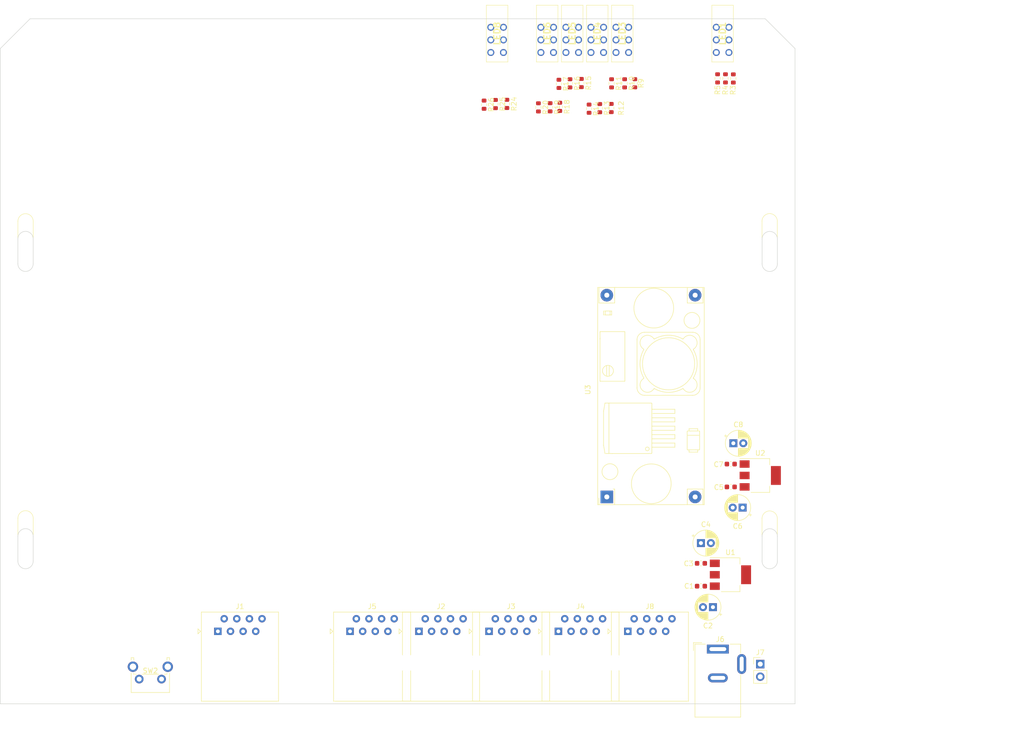
<source format=kicad_pcb>
(kicad_pcb (version 20211014) (generator pcbnew)
  (layers (0 "F.Cu" signal) (31 "B.Cu" signal) (34 "B.Paste" user) (35 "F.Paste" user) (36 "B.SilkS" user "B.Silkscreen") (37 "F.SilkS" user "F.Silkscreen") (38 "B.Mask" user) (39 "F.Mask" user) (44 "Edge.Cuts" user))
  (net 0 "")
  (net 1 "+12V")
  (net 2 "GND")
  (net 3 "+3V3")
  (net 4 "+5V")
  (net 45 "Net-(J6-Pad3)")
  (net 46 "Net-(LED1-Pad2)")
  (net 47 "Net-(LED1-Pad4)")
  (net 48 "Net-(LED1-Pad6)")
  (net 49 "Net-(LED3-Pad2)")
  (net 50 "Net-(LED3-Pad4)")
  (net 51 "Net-(LED3-Pad6)")
  (net 52 "Net-(LED4-Pad2)")
  (net 53 "Net-(LED4-Pad4)")
  (net 54 "Net-(LED4-Pad6)")
  (net 55 "Net-(LED5-Pad2)")
  (net 56 "Net-(LED5-Pad4)")
  (net 57 "Net-(LED5-Pad6)")
  (net 58 "Net-(LED6-Pad2)")
  (net 59 "Net-(LED6-Pad4)")
  (net 60 "Net-(LED6-Pad6)")
  (net 61 "Net-(LED8-Pad2)")
  (net 62 "Net-(LED8-Pad4)")
  (net 63 "Net-(LED8-Pad6)")
  (net 84 "VCC")
  (footprint "Connector_RJ:RJ45_Amphenol_54602-x08_Horizontal" (layer "F.Cu") (at 165.4 145.4)
    (fp_text reference "J3" (at 4.445 -5) (layer "F.SilkS"))
    (fp_text value "RJ45")
    (pad "" np_thru_hole circle locked (at -1.27 6.35) (size 3.2 3.2) (drill 3.2) (layers *.Cu *.Mask))
    (pad "" np_thru_hole circle locked (at 10.16 6.35) (size 3.2 3.2) (drill 3.2) (layers *.Cu *.Mask))
    (pad "1" thru_hole rect locked (at 0 0) (size 1.5 1.5) (drill 0.76) (layers *.Cu *.Mask))
    (pad "2" thru_hole circle locked (at 1.27 -2.54) (size 1.5 1.5) (drill 0.76) (layers *.Cu *.Mask))
    (pad "3" thru_hole circle locked (at 2.54 0) (size 1.5 1.5) (drill 0.76) (layers *.Cu *.Mask))
    (pad "4" thru_hole circle locked (at 3.81 -2.54) (size 1.5 1.5) (drill 0.76) (layers *.Cu *.Mask))
    (pad "5" thru_hole circle locked (at 5.08 0) (size 1.5 1.5) (drill 0.76) (layers *.Cu *.Mask))
    (pad "6" thru_hole circle locked (at 6.35 -2.54) (size 1.5 1.5) (drill 0.76) (layers *.Cu *.Mask))
    (pad "7" thru_hole circle locked (at 7.62 0) (size 1.5 1.5) (drill 0.76) (layers *.Cu *.Mask))
    (pad "8" thru_hole circle locked (at 8.89 -2.54) (size 1.5 1.5) (drill 0.76) (layers *.Cu *.Mask))
  )
  (footprint "Connector_RJ:RJ45_Amphenol_54602-x08_Horizontal" (layer "F.Cu") (at 151.29 145.4)
    (fp_text reference "J2" (at 4.445 -5) (layer "F.SilkS"))
    (fp_text value "RJ45")
    (pad "" np_thru_hole circle locked (at 10.16 6.35) (size 3.2 3.2) (drill 3.2) (layers *.Cu *.Mask))
    (pad "" np_thru_hole circle locked (at -1.27 6.35) (size 3.2 3.2) (drill 3.2) (layers *.Cu *.Mask))
    (pad "1" thru_hole rect locked (at 0 0) (size 1.5 1.5) (drill 0.76) (layers *.Cu *.Mask))
    (pad "2" thru_hole circle locked (at 1.27 -2.54) (size 1.5 1.5) (drill 0.76) (layers *.Cu *.Mask))
    (pad "3" thru_hole circle locked (at 2.54 0) (size 1.5 1.5) (drill 0.76) (layers *.Cu *.Mask))
    (pad "4" thru_hole circle locked (at 3.81 -2.54) (size 1.5 1.5) (drill 0.76) (layers *.Cu *.Mask))
    (pad "5" thru_hole circle locked (at 5.08 0) (size 1.5 1.5) (drill 0.76) (layers *.Cu *.Mask))
    (pad "6" thru_hole circle locked (at 6.35 -2.54) (size 1.5 1.5) (drill 0.76) (layers *.Cu *.Mask))
    (pad "7" thru_hole circle locked (at 7.62 0) (size 1.5 1.5) (drill 0.76) (layers *.Cu *.Mask))
    (pad "8" thru_hole circle locked (at 8.89 -2.54) (size 1.5 1.5) (drill 0.76) (layers *.Cu *.Mask))
  )
  (footprint "Resistor_SMD:R_0603_1608Metric" (layer "F.Cu") (at 183.99 34.94 -90)
    (fp_text reference "R15" (at 0 -1.43 90) (layer "F.SilkS"))
    (fp_text value "R")
    (pad "1" smd roundrect locked (at -0.825 0 270) (size 0.8 0.95) (layers "F.Cu" "F.Paste" "F.Mask") (net 57 "Net-(LED5-Pad6)"))
    (pad "2" smd roundrect locked (at 0.825 0 270) (size 0.8 0.95) (layers "F.Cu" "F.Paste" "F.Mask"))
  )
  (footprint "Connector_PinHeader_2.54mm:PinHeader_1x02_P2.54mm_Vertical" (layer "F.Cu") (at 220 152)
    (fp_text reference "J7" (at 0 -2.33) (layer "F.SilkS"))
    (fp_text value "switched ground")
    (pad "1" thru_hole rect locked (at 0 0) (size 1.7 1.7) (drill 1) (layers *.Cu *.Mask) (net 45 "Net-(J6-Pad3)"))
    (pad "2" thru_hole oval locked (at 0 2.54) (size 1.7 1.7) (drill 1) (layers *.Cu *.Mask) (net 2 "GND"))
  )
  (footprint "Connector_RJ:RJ45_Amphenol_54602-x08_Horizontal" (layer "F.Cu") (at 137.42 145.4)
    (fp_text reference "J5" (at 4.445 -5) (layer "F.SilkS"))
    (fp_text value "RJ45")
    (pad "" np_thru_hole circle locked (at -1.27 6.35) (size 3.2 3.2) (drill 3.2) (layers *.Cu *.Mask))
    (pad "" np_thru_hole circle locked (at 10.16 6.35) (size 3.2 3.2) (drill 3.2) (layers *.Cu *.Mask))
    (pad "1" thru_hole rect locked (at 0 0) (size 1.5 1.5) (drill 0.76) (layers *.Cu *.Mask))
    (pad "2" thru_hole circle locked (at 1.27 -2.54) (size 1.5 1.5) (drill 0.76) (layers *.Cu *.Mask))
    (pad "3" thru_hole circle locked (at 2.54 0) (size 1.5 1.5) (drill 0.76) (layers *.Cu *.Mask))
    (pad "4" thru_hole circle locked (at 3.81 -2.54) (size 1.5 1.5) (drill 0.76) (layers *.Cu *.Mask))
    (pad "5" thru_hole circle locked (at 5.08 0) (size 1.5 1.5) (drill 0.76) (layers *.Cu *.Mask))
    (pad "6" thru_hole circle locked (at 6.35 -2.54) (size 1.5 1.5) (drill 0.76) (layers *.Cu *.Mask))
    (pad "7" thru_hole circle locked (at 7.62 0) (size 1.5 1.5) (drill 0.76) (layers *.Cu *.Mask))
    (pad "8" thru_hole circle locked (at 8.89 -2.54) (size 1.5 1.5) (drill 0.76) (layers *.Cu *.Mask))
  )
  (footprint "Resistor_SMD:R_0603_1608Metric" (layer "F.Cu") (at 187.7 40 -90)
    (fp_text reference "R13" (at 0 -1.43 90) (layer "F.SilkS"))
    (fp_text value "R")
    (pad "1" smd roundrect locked (at -0.825 0 270) (size 0.8 0.95) (layers "F.Cu" "F.Paste" "F.Mask") (net 53 "Net-(LED4-Pad4)"))
    (pad "2" smd roundrect locked (at 0.825 0 270) (size 0.8 0.95) (layers "F.Cu" "F.Paste" "F.Mask"))
  )
  (footprint "Resistor_SMD:R_0603_1608Metric" (layer "F.Cu") (at 166.7 39.175 -90)
    (fp_text reference "R25" (at 0 -1.43 90) (layer "F.SilkS"))
    (fp_text value "R")
    (pad "1" smd roundrect locked (at -0.825 0 270) (size 0.8 0.95) (layers "F.Cu" "F.Paste" "F.Mask") (net 62 "Net-(LED8-Pad4)"))
    (pad "2" smd roundrect locked (at 0.825 0 270) (size 0.8 0.95) (layers "F.Cu" "F.Paste" "F.Mask"))
  )
  (footprint "Evan's misc parts:WP934SA3ID" (layer "F.Cu") (at 185.92 28.79 -90)
    (fp_text reference "LED4" (at -3.81 -1.27 90) (layer "F.SilkS") (effects (font (size 1.27 1.27) (thickness 0.254))))
    (fp_text value "WP934SA_3GD" hide)
    (pad "1" thru_hole circle (at 0 0 270) (size 1.4 1.4) (drill 0.9) (layers *.Cu *.Mask) (net 2 "GND"))
    (pad "2" thru_hole circle (at 0 -2.54 270) (size 1.4 1.4) (drill 0.9) (layers *.Cu *.Mask) (net 52 "Net-(LED4-Pad2)"))
    (pad "3" thru_hole circle (at -2.54 0 270) (size 1.4 1.4) (drill 0.9) (layers *.Cu *.Mask) (net 2 "GND"))
    (pad "4" thru_hole circle (at -2.54 -2.54 270) (size 1.4 1.4) (drill 0.9) (layers *.Cu *.Mask) (net 53 "Net-(LED4-Pad4)"))
    (pad "5" thru_hole circle (at -5.08 0 270) (size 1.4 1.4) (drill 0.9) (layers *.Cu *.Mask) (net 2 "GND"))
    (pad "6" thru_hole circle (at -5.08 -2.54 270) (size 1.4 1.4) (drill 0.9) (layers *.Cu *.Mask) (net 54 "Net-(LED4-Pad6)"))
  )
  (footprint "Connector_RJ:RJ45_Amphenol_54602-x08_Horizontal" (layer "F.Cu") (at 179.37 145.4)
    (fp_text reference "J4" (at 4.445 -5) (layer "F.SilkS"))
    (fp_text value "RJ45")
    (pad "" np_thru_hole circle locked (at 10.16 6.35) (size 3.2 3.2) (drill 3.2) (layers *.Cu *.Mask))
    (pad "" np_thru_hole circle locked (at -1.27 6.35) (size 3.2 3.2) (drill 3.2) (layers *.Cu *.Mask))
    (pad "1" thru_hole rect locked (at 0 0) (size 1.5 1.5) (drill 0.76) (layers *.Cu *.Mask))
    (pad "2" thru_hole circle locked (at 1.27 -2.54) (size 1.5 1.5) (drill 0.76) (layers *.Cu *.Mask))
    (pad "3" thru_hole circle locked (at 2.54 0) (size 1.5 1.5) (drill 0.76) (layers *.Cu *.Mask))
    (pad "4" thru_hole circle locked (at 3.81 -2.54) (size 1.5 1.5) (drill 0.76) (layers *.Cu *.Mask))
    (pad "5" thru_hole circle locked (at 5.08 0) (size 1.5 1.5) (drill 0.76) (layers *.Cu *.Mask))
    (pad "6" thru_hole circle locked (at 6.35 -2.54) (size 1.5 1.5) (drill 0.76) (layers *.Cu *.Mask))
    (pad "7" thru_hole circle locked (at 7.62 0) (size 1.5 1.5) (drill 0.76) (layers *.Cu *.Mask))
    (pad "8" thru_hole circle locked (at 8.89 -2.54) (size 1.5 1.5) (drill 0.76) (layers *.Cu *.Mask))
  )
  (footprint "Package_TO_SOT_SMD:SOT-223-3_TabPin2" (layer "F.Cu") (at 220 114)
    (fp_text reference "U2" (at 0 -4.5) (layer "F.SilkS"))
    (fp_text value "AMS1117-5.0")
    (pad "1" smd rect locked (at -3.15 -2.3) (size 2 1.5) (layers "F.Cu" "F.Paste" "F.Mask") (net 2 "GND"))
    (pad "2" smd rect locked (at 3.15 0) (size 2 3.8) (layers "F.Cu" "F.Paste" "F.Mask") (net 4 "+5V"))
    (pad "2" smd rect locked (at -3.15 0) (size 2 1.5) (layers "F.Cu" "F.Paste" "F.Mask") (net 4 "+5V"))
    (pad "3" smd rect locked (at -3.15 2.3) (size 2 1.5) (layers "F.Cu" "F.Paste" "F.Mask") (net 1 "+12V"))
  )
  (footprint "Resistor_SMD:R_0603_1608Metric" (layer "F.Cu") (at 211.41 34 -90)
    (fp_text reference "R5" (at 2.35 0 90) (layer "F.SilkS"))
    (fp_text value "R")
    (pad "1" smd roundrect locked (at -0.825 0 270) (size 0.8 0.95) (layers "F.Cu" "F.Paste" "F.Mask") (net 46 "Net-(LED1-Pad2)"))
    (pad "2" smd roundrect locked (at 0.825 0 270) (size 0.8 0.95) (layers "F.Cu" "F.Paste" "F.Mask"))
  )
  (footprint "Resistor_SMD:R_0603_1608Metric" (layer "F.Cu") (at 164.4 39.305 -90)
    (fp_text reference "R26" (at 0 -1.43 90) (layer "F.SilkS"))
    (fp_text value "R")
    (pad "1" smd roundrect locked (at -0.825 0 270) (size 0.8 0.95) (layers "F.Cu" "F.Paste" "F.Mask") (net 61 "Net-(LED8-Pad2)"))
    (pad "2" smd roundrect locked (at 0.825 0 270) (size 0.8 0.95) (layers "F.Cu" "F.Paste" "F.Mask"))
  )
  (footprint "Resistor_SMD:R_0603_1608Metric" (layer "F.Cu") (at 194.75 34.99 -90)
    (fp_text reference "R9" (at 0.01 -1.25 90) (layer "F.SilkS"))
    (fp_text value "R")
    (pad "1" smd roundrect locked (at -0.825 0 270) (size 0.8 0.95) (layers "F.Cu" "F.Paste" "F.Mask") (net 51 "Net-(LED3-Pad6)"))
    (pad "2" smd roundrect locked (at 0.825 0 270) (size 0.8 0.95) (layers "F.Cu" "F.Paste" "F.Mask"))
  )
  (footprint "Resistor_SMD:R_0603_1608Metric" (layer "F.Cu") (at 177.7 39.825 -90)
    (fp_text reference "R19" (at 0 -1.43 90) (layer "F.SilkS"))
    (fp_text value "R")
    (pad "1" smd roundrect locked (at -0.825 0 270) (size 0.8 0.95) (layers "F.Cu" "F.Paste" "F.Mask") (net 59 "Net-(LED6-Pad4)"))
    (pad "2" smd roundrect locked (at 0.825 0 270) (size 0.8 0.95) (layers "F.Cu" "F.Paste" "F.Mask"))
  )
  (footprint "Resistor_SMD:R_0603_1608Metric" (layer "F.Cu") (at 185.54 40.11 -90)
    (fp_text reference "R14" (at 0 -1.43 90) (layer "F.SilkS"))
    (fp_text value "R")
    (pad "1" smd roundrect locked (at -0.825 0 270) (size 0.8 0.95) (layers "F.Cu" "F.Paste" "F.Mask") (net 52 "Net-(LED4-Pad2)"))
    (pad "2" smd roundrect locked (at 0.825 0 270) (size 0.8 0.95) (layers "F.Cu" "F.Paste" "F.Mask"))
  )
  (footprint "Resistor_SMD:R_0603_1608Metric" (layer "F.Cu") (at 192.7 35 -90)
    (fp_text reference "R10" (at 0 -1.43 90) (layer "F.SilkS"))
    (fp_text value "R")
    (pad "1" smd roundrect locked (at -0.825 0 270) (size 0.8 0.95) (layers "F.Cu" "F.Paste" "F.Mask") (net 50 "Net-(LED3-Pad4)"))
    (pad "2" smd roundrect locked (at 0.825 0 270) (size 0.8 0.95) (layers "F.Cu" "F.Paste" "F.Mask"))
  )
  (footprint "Resistor_SMD:R_0603_1608Metric" (layer "F.Cu") (at 175.34 39.845 -90)
    (fp_text reference "R20" (at 0 -1.43 90) (layer "F.SilkS"))
    (fp_text value "R")
    (pad "1" smd roundrect locked (at -0.825 0 270) (size 0.8 0.95) (layers "F.Cu" "F.Paste" "F.Mask") (net 58 "Net-(LED6-Pad2)"))
    (pad "2" smd roundrect locked (at 0.825 0 270) (size 0.8 0.95) (layers "F.Cu" "F.Paste" "F.Mask"))
  )
  (footprint "Evan's misc parts:WP934SA3ID" (layer "F.Cu") (at 180.88 28.79 -90)
    (fp_text reference "LED5" (at -3.81 -1.27 90) (layer "F.SilkS") (effects (font (size 1.27 1.27) (thickness 0.254))))
    (fp_text value "WP934SA_3GD" hide)
    (pad "1" thru_hole circle (at 0 0 270) (size 1.4 1.4) (drill 0.9) (layers *.Cu *.Mask) (net 2 "GND"))
    (pad "2" thru_hole circle (at 0 -2.54 270) (size 1.4 1.4) (drill 0.9) (layers *.Cu *.Mask) (net 55 "Net-(LED5-Pad2)"))
    (pad "3" thru_hole circle (at -2.54 0 270) (size 1.4 1.4) (drill 0.9) (layers *.Cu *.Mask) (net 2 "GND"))
    (pad "4" thru_hole circle (at -2.54 -2.54 270) (size 1.4 1.4) (drill 0.9) (layers *.Cu *.Mask) (net 56 "Net-(LED5-Pad4)"))
    (pad "5" thru_hole circle (at -5.08 0 270) (size 1.4 1.4) (drill 0.9) (layers *.Cu *.Mask) (net 2 "GND"))
    (pad "6" thru_hole circle (at -5.08 -2.54 270) (size 1.4 1.4) (drill 0.9) (layers *.Cu *.Mask) (net 57 "Net-(LED5-Pad6)"))
  )
  (footprint "Capacitor_THT:CP_Radial_D5.0mm_P2.00mm" (layer "F.Cu") (at 208.054887 127.62)
    (fp_text reference "C4" (at 1 -3.75) (layer "F.SilkS"))
    (fp_text value "100uF")
    (pad "1" thru_hole rect locked (at 0 0) (size 1.6 1.6) (drill 0.8) (layers *.Cu *.Mask) (net 3 "+3V3"))
    (pad "2" thru_hole circle locked (at 2 0) (size 1.6 1.6) (drill 0.8) (layers *.Cu *.Mask) (net 2 "GND"))
  )
  (footprint "Resistor_SMD:R_0603_1608Metric" (layer "F.Cu") (at 213 34 -90)
    (fp_text reference "R4" (at 2.37 0.03 90) (layer "F.SilkS"))
    (fp_text value "R")
    (pad "1" smd roundrect locked (at -0.825 0 270) (size 0.8 0.95) (layers "F.Cu" "F.Paste" "F.Mask") (net 47 "Net-(LED1-Pad4)"))
    (pad "2" smd roundrect locked (at 0.825 0 270) (size 0.8 0.95) (layers "F.Cu" "F.Paste" "F.Mask"))
  )
  (footprint "Connector_RJ:RJ45_Amphenol_54602-x08_Horizontal" (layer "F.Cu") (at 110.81 145.4)
    (fp_text reference "J1" (at 4.445 -5) (layer "F.SilkS"))
    (fp_text value "RJ45")
    (pad "" np_thru_hole circle locked (at -1.27 6.35) (size 3.2 3.2) (drill 3.2) (layers *.Cu *.Mask))
    (pad "" np_thru_hole circle locked (at 10.16 6.35) (size 3.2 3.2) (drill 3.2) (layers *.Cu *.Mask))
    (pad "1" thru_hole rect locked (at 0 0) (size 1.5 1.5) (drill 0.76) (layers *.Cu *.Mask))
    (pad "2" thru_hole circle locked (at 1.27 -2.54) (size 1.5 1.5) (drill 0.76) (layers *.Cu *.Mask))
    (pad "3" thru_hole circle locked (at 2.54 0) (size 1.5 1.5) (drill 0.76) (layers *.Cu *.Mask))
    (pad "4" thru_hole circle locked (at 3.81 -2.54) (size 1.5 1.5) (drill 0.76) (layers *.Cu *.Mask))
    (pad "5" thru_hole circle locked (at 5.08 0) (size 1.5 1.5) (drill 0.76) (layers *.Cu *.Mask))
    (pad "6" thru_hole circle locked (at 6.35 -2.54) (size 1.5 1.5) (drill 0.76) (layers *.Cu *.Mask))
    (pad "7" thru_hole circle locked (at 7.62 0) (size 1.5 1.5) (drill 0.76) (layers *.Cu *.Mask))
    (pad "8" thru_hole circle locked (at 8.89 -2.54) (size 1.5 1.5) (drill 0.76) (layers *.Cu *.Mask))
  )
  (footprint "MountingHole:MountingHole_2.7mm_M2.5_DIN965" (layer "F.Cu") (at 132.935 130.775 -90)
    (fp_text reference "REF**" hide)
    (fp_text value "MountingHole_2.7mm_M2.5_DIN965" hide)
    (pad "" np_thru_hole circle locked (at 0 0 270) (size 2.7 2.7) (drill 2.7) (layers *.Cu *.Mask))
  )
  (footprint "Capacitor_SMD:C_0603_1608Metric" (layer "F.Cu") (at 208.06 131.7)
    (fp_text reference "C3" (at -2.47 0.05) (layer "F.SilkS"))
    (fp_text value "100nF")
    (pad "1" smd roundrect locked (at -0.775 0) (size 0.9 0.95) (layers "F.Cu" "F.Paste" "F.Mask") (net 3 "+3V3"))
    (pad "2" smd roundrect locked (at 0.775 0) (size 0.9 0.95) (layers "F.Cu" "F.Paste" "F.Mask") (net 2 "GND"))
  )
  (footprint "Connector_BarrelJack:BarrelJack_Wuerth_6941xx301002" (layer "F.Cu") (at 211.46 148.98)
    (fp_text reference "J6" (at 0.48 -1.98) (layer "F.SilkS"))
    (fp_text value "Barrel_Jack_Switch")
    (pad "1" thru_hole rect locked (at 0 0) (size 4.4 1.8) (drill oval 3.4 0.8) (layers *.Cu *.Mask) (net 1 "+12V"))
    (pad "2" thru_hole oval locked (at 0 5.8) (size 4 1.8) (drill oval 3 0.8) (layers *.Cu *.Mask) (net 2 "GND"))
    (pad "3" thru_hole oval locked (at 4.8 3 90) (size 4 1.8) (drill oval 3 0.8) (layers *.Cu *.Mask) (net 45 "Net-(J6-Pad3)"))
  )
  (footprint "Connector_RJ:RJ45_Amphenol_54602-x08_Horizontal" (layer "F.Cu") (at 193.34 145.4)
    (fp_text reference "J8" (at 4.445 -5) (layer "F.SilkS"))
    (fp_text value "RJ45")
    (pad "" np_thru_hole circle locked (at 10.16 6.35) (size 3.2 3.2) (drill 3.2) (layers *.Cu *.Mask))
    (pad "" np_thru_hole circle locked (at -1.27 6.35) (size 3.2 3.2) (drill 3.2) (layers *.Cu *.Mask))
    (pad "1" thru_hole rect locked (at 0 0) (size 1.5 1.5) (drill 0.76) (layers *.Cu *.Mask))
    (pad "2" thru_hole circle locked (at 1.27 -2.54) (size 1.5 1.5) (drill 0.76) (layers *.Cu *.Mask))
    (pad "3" thru_hole circle locked (at 2.54 0) (size 1.5 1.5) (drill 0.76) (layers *.Cu *.Mask))
    (pad "4" thru_hole circle locked (at 3.81 -2.54) (size 1.5 1.5) (drill 0.76) (layers *.Cu *.Mask))
    (pad "5" thru_hole circle locked (at 5.08 0) (size 1.5 1.5) (drill 0.76) (layers *.Cu *.Mask))
    (pad "6" thru_hole circle locked (at 6.35 -2.54) (size 1.5 1.5) (drill 0.76) (layers *.Cu *.Mask))
    (pad "7" thru_hole circle locked (at 7.62 0) (size 1.5 1.5) (drill 0.76) (layers *.Cu *.Mask))
    (pad "8" thru_hole circle locked (at 8.89 -2.54) (size 1.5 1.5) (drill 0.76) (layers *.Cu *.Mask))
  )
  (footprint "Evan's misc parts:YAAJ_DCDC_StepDown_LM2596" (layer "F.Cu") (at 189.11 118.32 90)
    (fp_text reference "U3" (at 21.59 -3.81 90) (layer "F.SilkS"))
    (fp_text value "YAAJ_DCDC_StepDown_LM2596")
    (pad "1" thru_hole rect (at 0 0 90) (size 2.54 2.54) (drill 1) (layers *.Cu *.Mask) (net 1 "+12V"))
    (pad "2" thru_hole circle (at 0 17.78 90) (size 2.54 2.54) (drill 1) (layers *.Cu *.Mask) (net 2 "GND"))
    (pad "3" thru_hole circle (at 40.64 17.78 90) (size 2.54 2.54) (drill 1) (layers *.Cu *.Mask) (net 2 "GND"))
    (pad "4" thru_hole circle (at 40.64 0 90) (size 2.54 2.54) (drill 1) (layers *.Cu *.Mask) (net 84 "VCC"))
  )
  (footprint "Evan's misc parts:WP934SA3ID" (layer "F.Cu") (at 211.15 28.79 -90)
    (fp_text reference "LED1" (at -3.81 -1.27 90) (layer "F.SilkS") (effects (font (size 1.27 1.27) (thickness 0.254))))
    (fp_text value "WP934SA_3GD" hide)
    (pad "1" thru_hole circle (at 0 0 270) (size 1.4 1.4) (drill 0.9) (layers *.Cu *.Mask) (net 2 "GND"))
    (pad "2" thru_hole circle (at 0 -2.54 270) (size 1.4 1.4) (drill 0.9) (layers *.Cu *.Mask) (net 46 "Net-(LED1-Pad2)"))
    (pad "3" thru_hole circle (at -2.54 0 270) (size 1.4 1.4) (drill 0.9) (layers *.Cu *.Mask) (net 2 "GND"))
    (pad "4" thru_hole circle (at -2.54 -2.54 270) (size 1.4 1.4) (drill 0.9) (layers *.Cu *.Mask) (net 47 "Net-(LED1-Pad4)"))
    (pad "5" thru_hole circle (at -5.08 0 270) (size 1.4 1.4) (drill 0.9) (layers *.Cu *.Mask) (net 2 "GND"))
    (pad "6" thru_hole circle (at -5.08 -2.54 270) (size 1.4 1.4) (drill 0.9) (layers *.Cu *.Mask) (net 48 "Net-(LED1-Pad6)"))
  )
  (footprint "Evan's misc parts:WP934SA3ID" (layer "F.Cu") (at 175.84 28.79 -90)
    (fp_text reference "LED6" (at -3.81 -1.27 90) (layer "F.SilkS") (effects (font (size 1.27 1.27) (thickness 0.254))))
    (fp_text value "WP934SA_3GD" hide)
    (pad "1" thru_hole circle (at 0 0 270) (size 1.4 1.4) (drill 0.9) (layers *.Cu *.Mask) (net 2 "GND"))
    (pad "2" thru_hole circle (at 0 -2.54 270) (size 1.4 1.4) (drill 0.9) (layers *.Cu *.Mask) (net 58 "Net-(LED6-Pad2)"))
    (pad "3" thru_hole circle (at -2.54 0 270) (size 1.4 1.4) (drill 0.9) (layers *.Cu *.Mask) (net 2 "GND"))
    (pad "4" thru_hole circle (at -2.54 -2.54 270) (size 1.4 1.4) (drill 0.9) (layers *.Cu *.Mask) (net 59 "Net-(LED6-Pad4)"))
    (pad "5" thru_hole circle (at -5.08 0 270) (size 1.4 1.4) (drill 0.9) (layers *.Cu *.Mask) (net 2 "GND"))
    (pad "6" thru_hole circle (at -5.08 -2.54 270) (size 1.4 1.4) (drill 0.9) (layers *.Cu *.Mask) (net 60 "Net-(LED6-Pad6)"))
  )
  (footprint "Resistor_SMD:R_0603_1608Metric" (layer "F.Cu") (at 214.58 34.02 -90)
    (fp_text reference "R3" (at 2.35 0.07 90) (layer "F.SilkS"))
    (fp_text value "R")
    (pad "1" smd roundrect locked (at -0.825 0 270) (size 0.8 0.95) (layers "F.Cu" "F.Paste" "F.Mask") (net 48 "Net-(LED1-Pad6)"))
    (pad "2" smd roundrect locked (at 0.825 0 270) (size 0.8 0.95) (layers "F.Cu" "F.Paste" "F.Mask"))
  )
  (footprint "Evan's misc parts:WP934SA3ID" (layer "F.Cu") (at 165.76 28.79 -90)
    (fp_text reference "LED8" (at -3.81 -1.27 90) (layer "F.SilkS") (effects (font (size 1.27 1.27) (thickness 0.254))))
    (fp_text value "WP934SA_3GD" hide)
    (pad "1" thru_hole circle (at 0 0 270) (size 1.4 1.4) (drill 0.9) (layers *.Cu *.Mask) (net 2 "GND"))
    (pad "2" thru_hole circle (at 0 -2.54 270) (size 1.4 1.4) (drill 0.9) (layers *.Cu *.Mask) (net 61 "Net-(LED8-Pad2)"))
    (pad "3" thru_hole circle (at -2.54 0 270) (size 1.4 1.4) (drill 0.9) (layers *.Cu *.Mask) (net 2 "GND"))
    (pad "4" thru_hole circle (at -2.54 -2.54 270) (size 1.4 1.4) (drill 0.9) (layers *.Cu *.Mask) (net 62 "Net-(LED8-Pad4)"))
    (pad "5" thru_hole circle (at -5.08 0 270) (size 1.4 1.4) (drill 0.9) (layers *.Cu *.Mask) (net 2 "GND"))
    (pad "6" thru_hole circle (at -5.08 -2.54 270) (size 1.4 1.4) (drill 0.9) (layers *.Cu *.Mask) (net 63 "Net-(LED8-Pad6)"))
  )
  (footprint "Package_TO_SOT_SMD:SOT-223-3_TabPin2" (layer "F.Cu") (at 214 134)
    (fp_text reference "U1" (at 0 -4.5) (layer "F.SilkS"))
    (fp_text value "AMS1117-3.3")
    (pad "1" smd rect locked (at -3.15 -2.3) (size 2 1.5) (layers "F.Cu" "F.Paste" "F.Mask") (net 2 "GND"))
    (pad "2" smd rect locked (at 3.15 0) (size 2 3.8) (layers "F.Cu" "F.Paste" "F.Mask") (net 3 "+3V3"))
    (pad "2" smd rect locked (at -3.15 0) (size 2 1.5) (layers "F.Cu" "F.Paste" "F.Mask") (net 3 "+3V3"))
    (pad "3" smd rect locked (at -3.15 2.3) (size 2 1.5) (layers "F.Cu" "F.Paste" "F.Mask") (net 1 "+12V"))
  )
  (footprint "Capacitor_THT:CP_Radial_D5.0mm_P2.00mm" (layer "F.Cu") (at 214.584888 107.51)
    (fp_text reference "C8" (at 1 -3.75) (layer "F.SilkS"))
    (fp_text value "100uF")
    (pad "1" thru_hole rect locked (at 0 0) (size 1.6 1.6) (drill 0.8) (layers *.Cu *.Mask) (net 4 "+5V"))
    (pad "2" thru_hole circle locked (at 2 0) (size 1.6 1.6) (drill 0.8) (layers *.Cu *.Mask) (net 2 "GND"))
  )
  (footprint "Capacitor_THT:CP_Radial_D5.0mm_P2.00mm" (layer "F.Cu") (at 210.475112 140.53 180)
    (fp_text reference "C2" (at 1 -3.75) (layer "F.SilkS"))
    (fp_text value "100uF")
    (pad "1" thru_hole rect locked (at 0 0 180) (size 1.6 1.6) (drill 0.8) (layers *.Cu *.Mask) (net 1 "+12V"))
    (pad "2" thru_hole circle locked (at 2 0 180) (size 1.6 1.6) (drill 0.8) (layers *.Cu *.Mask) (net 2 "GND"))
  )
  (footprint "Resistor_SMD:R_0603_1608Metric" (layer "F.Cu") (at 181.7 35 -90)
    (fp_text reference "R16" (at 0 -1.43 90) (layer "F.SilkS"))
    (fp_text value "R")
    (pad "1" smd roundrect locked (at -0.825 0 270) (size 0.8 0.95) (layers "F.Cu" "F.Paste" "F.Mask") (net 56 "Net-(LED5-Pad4)"))
    (pad "2" smd roundrect locked (at 0.825 0 270) (size 0.8 0.95) (layers "F.Cu" "F.Paste" "F.Mask"))
  )
  (footprint "Capacitor_THT:CP_Radial_D5.0mm_P2.00mm" (layer "F.Cu") (at 216.455112 120.47 180)
    (fp_text reference "C6" (at 1 -3.75) (layer "F.SilkS"))
    (fp_text value "100uF")
    (pad "1" thru_hole rect locked (at 0 0 180) (size 1.6 1.6) (drill 0.8) (layers *.Cu *.Mask) (net 1 "+12V"))
    (pad "2" thru_hole circle locked (at 2 0 180) (size 1.6 1.6) (drill 0.8) (layers *.Cu *.Mask) (net 2 "GND"))
  )
  (footprint "Evan's misc parts:WP934SA3ID" (layer "F.Cu") (at 190.96 28.79 -90)
    (fp_text reference "LED3" (at -3.81 -1.27 90) (layer "F.SilkS") (effects (font (size 1.27 1.27) (thickness 0.254))))
    (fp_text value "WP934SA_3GD" hide)
    (pad "1" thru_hole circle (at 0 0 270) (size 1.4 1.4) (drill 0.9) (layers *.Cu *.Mask) (net 2 "GND"))
    (pad "2" thru_hole circle (at 0 -2.54 270) (size 1.4 1.4) (drill 0.9) (layers *.Cu *.Mask) (net 49 "Net-(LED3-Pad2)"))
    (pad "3" thru_hole circle (at -2.54 0 270) (size 1.4 1.4) (drill 0.9) (layers *.Cu *.Mask) (net 2 "GND"))
    (pad "4" thru_hole circle (at -2.54 -2.54 270) (size 1.4 1.4) (drill 0.9) (layers *.Cu *.Mask) (net 50 "Net-(LED3-Pad4)"))
    (pad "5" thru_hole circle (at -5.08 0 270) (size 1.4 1.4) (drill 0.9) (layers *.Cu *.Mask) (net 2 "GND"))
    (pad "6" thru_hole circle (at -5.08 -2.54 270) (size 1.4 1.4) (drill 0.9) (layers *.Cu *.Mask) (net 51 "Net-(LED3-Pad6)"))
  )
  (footprint "Capacitor_SMD:C_0603_1608Metric" (layer "F.Cu") (at 214.06 116.31 180)
    (fp_text reference "C5" (at 2.4 -0.08) (layer "F.SilkS"))
    (fp_text value "100nF")
    (pad "1" smd roundrect locked (at -0.775 0 180) (size 0.9 0.95) (layers "F.Cu" "F.Paste" "F.Mask") (net 1 "+12V"))
    (pad "2" smd roundrect locked (at 0.775 0 180) (size 0.9 0.95) (layers "F.Cu" "F.Paste" "F.Mask") (net 2 "GND"))
  )
  (footprint "Resistor_SMD:R_0603_1608Metric" (layer "F.Cu") (at 179.47 35.11 -90)
    (fp_text reference "R17" (at 0 -1.43 90) (layer "F.SilkS"))
    (fp_text value "R")
    (pad "1" smd roundrect locked (at -0.825 0 270) (size 0.8 0.95) (layers "F.Cu" "F.Paste" "F.Mask") (net 55 "Net-(LED5-Pad2)"))
    (pad "2" smd roundrect locked (at 0.825 0 270) (size 0.8 0.95) (layers "F.Cu" "F.Paste" "F.Mask"))
  )
  (footprint "Capacitor_SMD:C_0603_1608Metric" (layer "F.Cu") (at 208.06 136.3 180)
    (fp_text reference "C1" (at 2.39 0.01) (layer "F.SilkS"))
    (fp_text value "100nF")
    (pad "1" smd roundrect locked (at -0.775 0 180) (size 0.9 0.95) (layers "F.Cu" "F.Paste" "F.Mask") (net 1 "+12V"))
    (pad "2" smd roundrect locked (at 0.775 0 180) (size 0.9 0.95) (layers "F.Cu" "F.Paste" "F.Mask") (net 2 "GND"))
  )
  (footprint "Resistor_SMD:R_0603_1608Metric" (layer "F.Cu") (at 190.01 39.975 -90)
    (fp_text reference "R12" (at 0.025 -1.99 90) (layer "F.SilkS"))
    (fp_text value "R")
    (pad "1" smd roundrect locked (at -0.825 0 270) (size 0.8 0.95) (layers "F.Cu" "F.Paste" "F.Mask") (net 54 "Net-(LED4-Pad6)"))
    (pad "2" smd roundrect locked (at 0.825 0 270) (size 0.8 0.95) (layers "F.Cu" "F.Paste" "F.Mask"))
  )
  (footprint "Resistor_SMD:R_0603_1608Metric" (layer "F.Cu") (at 169 39.145 -90)
    (fp_text reference "R24" (at 0 -1.43 90) (layer "F.SilkS"))
    (fp_text value "R")
    (pad "1" smd roundrect locked (at -0.825 0 270) (size 0.8 0.95) (layers "F.Cu" "F.Paste" "F.Mask") (net 63 "Net-(LED8-Pad6)"))
    (pad "2" smd roundrect locked (at 0.825 0 270) (size 0.8 0.95) (layers "F.Cu" "F.Paste" "F.Mask"))
  )
  (footprint "Resistor_SMD:R_0603_1608Metric" (layer "F.Cu") (at 179.65 39.735 -90)
    (fp_text reference "R18" (at 0 -1.43 90) (layer "F.SilkS"))
    (fp_text value "R")
    (pad "1" smd roundrect locked (at -0.825 0 270) (size 0.8 0.95) (layers "F.Cu" "F.Paste" "F.Mask") (net 60 "Net-(LED6-Pad6)"))
    (pad "2" smd roundrect locked (at 0.825 0 270) (size 0.8 0.95) (layers "F.Cu" "F.Paste" "F.Mask"))
  )
  (footprint "Resistor_SMD:R_0603_1608Metric" (layer "F.Cu") (at 190.07 35 -90)
    (fp_text reference "R11" (at 0 -1.43 90) (layer "F.SilkS"))
    (fp_text value "R")
    (pad "1" smd roundrect locked (at -0.825 0 270) (size 0.8 0.95) (layers "F.Cu" "F.Paste" "F.Mask") (net 49 "Net-(LED3-Pad2)"))
    (pad "2" smd roundrect locked (at 0.825 0 270) (size 0.8 0.95) (layers "F.Cu" "F.Paste" "F.Mask"))
  )
  (footprint "Button_Switch_THT:SW_Tactile_SPST_Angled_PTS645Vx58-2LFS" (layer "F.Cu") (at 99.47 155.02 180)
    (fp_text reference "SW2" (at 2.25 1.68) (layer "F.SilkS"))
    (fp_text value "reset")
    (pad "" thru_hole circle locked (at -1.25 2.49 180) (size 2.1 2.1) (drill 1.3) (layers *.Cu *.Mask))
    (pad "" thru_hole circle locked (at 5.76 2.49 180) (size 2.1 2.1) (drill 1.3) (layers *.Cu *.Mask))
    (pad "1" thru_hole circle locked (at 0 0 180) (size 1.75 1.75) (drill 0.99) (layers *.Cu *.Mask))
    (pad "2" thru_hole circle locked (at 4.5 0 180) (size 1.75 1.75) (drill 0.99) (layers *.Cu *.Mask))
  )
  (footprint "MountingHole:MountingHole_2.7mm_M2.5_DIN965" (layer "F.Cu") (at 140.845 130.775 -90)
    (fp_text reference "REF**" hide)
    (fp_text value "MountingHole_2.7mm_M2.5_DIN965" hide)
    (pad "" np_thru_hole circle locked (at 0 0 270) (size 2.7 2.7) (drill 2.7) (layers *.Cu *.Mask))
  )
  (footprint "Capacitor_SMD:C_0603_1608Metric" (layer "F.Cu") (at 214.06 111.7)
    (fp_text reference "C7" (at -2.45 0.08) (layer "F.SilkS"))
    (fp_text value "100nF")
    (pad "1" smd roundrect locked (at -0.775 0) (size 0.9 0.95) (layers "F.Cu" "F.Paste" "F.Mask") (net 4 "+5V"))
    (pad "2" smd roundrect locked (at 0.775 0) (size 0.9 0.95) (layers "F.Cu" "F.Paste" "F.Mask") (net 2 "GND"))
  )
  (gr_line (start 220.355001 66.1) (end 220.355001 62.779649) (layer "F.SilkS") (width 0.1))
  (gr_line (start 223.435034 126) (end 223.435034 122.689649) (layer "F.SilkS") (width 0.1))
  (gr_arc (start 70.555001 62.8) (mid 72.1 61.270344) (end 73.635033 62.81) (layer "F.SilkS") (width 0.1))
  (gr_line (start 220.355002 126) (end 220.355002 122.679649) (layer "F.SilkS") (width 0.1))
  (gr_line (start 70.555001 66.120351) (end 70.555001 62.8) (layer "F.SilkS") (width 0.1))
  (gr_arc (start 220.355001 62.779649) (mid 221.9 61.249994) (end 223.435033 62.789649) (layer "F.SilkS") (width 0.1))
  (gr_line (start 73.635033 125.950002) (end 73.635033 122.639651) (layer "F.SilkS") (width 0.1))
  (gr_line (start 73.635033 66.120351) (end 73.635033 62.81) (layer "F.SilkS") (width 0.1))
  (gr_arc (start 220.355002 122.679649) (mid 221.900001 121.149995) (end 223.435034 122.689649) (layer "F.SilkS") (width 0.1))
  (gr_line (start 223.435033 66.1) (end 223.435033 62.789649) (layer "F.SilkS") (width 0.1))
  (gr_arc (start 70.555001 122.629651) (mid 72.1 121.099995) (end 73.635033 122.639651) (layer "F.SilkS") (width 0.1))
  (gr_line (start 70.555001 125.950002) (end 70.555001 122.629651) (layer "F.SilkS") (width 0.1))
  (gr_line (start 220.369968 71.359976) (end 220.369968 66.359976) (layer "Edge.Cuts") (width 0.1))
  (gr_line (start 227 160) (end 227 28) (layer "Edge.Cuts") (width 0.1))
  (gr_line (start 73.630032 71.369976) (end 73.630032 66.369976) (layer "Edge.Cuts") (width 0.1))
  (gr_line (start 220.369968 131.249976) (end 220.369968 126.249976) (layer "Edge.Cuts") (width 0.1))
  (gr_arc (start 73.630032 131.259976) (mid 72.085032 132.79) (end 70.55 131.249976) (layer "Edge.Cuts") (width 0.1))
  (gr_line (start 73 22) (end 67 28) (layer "Edge.Cuts") (width 0.1))
  (gr_line (start 227 28) (end 221 22) (layer "Edge.Cuts") (width 0.1))
  (gr_arc (start 70.55 126.249976) (mid 72.095 124.719952) (end 73.630032 126.259976) (layer "Edge.Cuts") (width 0.1))
  (gr_line (start 67 160) (end 227 160) (layer "Edge.Cuts") (width 0.1))
  (gr_arc (start 220.369968 126.249976) (mid 221.914968 124.719952) (end 223.45 126.259976) (layer "Edge.Cuts") (width 0.1))
  (gr_line (start 223.45 71.369976) (end 223.45 66.369976) (layer "Edge.Cuts") (width 0.1))
  (gr_line (start 223.45 131.259976) (end 223.45 126.259976) (layer "Edge.Cuts") (width 0.1))
  (gr_arc (start 73.630032 71.369976) (mid 72.085032 72.9) (end 70.55 71.359976) (layer "Edge.Cuts") (width 0.1))
  (gr_line (start 70.55 131.249976) (end 70.55 126.249976) (layer "Edge.Cuts") (width 0.1))
  (gr_line (start 73.630032 131.259976) (end 73.630032 126.259976) (layer "Edge.Cuts") (width 0.1))
  (gr_line (start 221 22) (end 219 22) (layer "Edge.Cuts") (width 0.1))
  (gr_arc (start 223.45 71.369976) (mid 221.905 72.9) (end 220.369968 71.359976) (layer "Edge.Cuts") (width 0.1))
  (gr_arc (start 220.369968 66.359976) (mid 221.914968 64.829952) (end 223.45 66.369976) (layer "Edge.Cuts") (width 0.1))
  (gr_line (start 138 22) (end 219 22) (layer "Edge.Cuts") (width 0.1))
  (gr_arc (start 223.45 131.259976) (mid 221.905 132.79) (end 220.369968 131.249976) (layer "Edge.Cuts") (width 0.1))
  (gr_line (start 67 160) (end 67 28) (layer "Edge.Cuts") (width 0.1))
  (gr_arc (start 70.55 66.359976) (mid 72.095 64.829952) (end 73.630032 66.369976) (layer "Edge.Cuts") (width 0.1))
  (gr_line (start 70.55 71.359976) (end 70.55 66.359976) (layer "Edge.Cuts") (width 0.1))
  (gr_line (start 73 22) (end 138 22) (layer "Edge.Cuts") (width 0.1))
)
</source>
